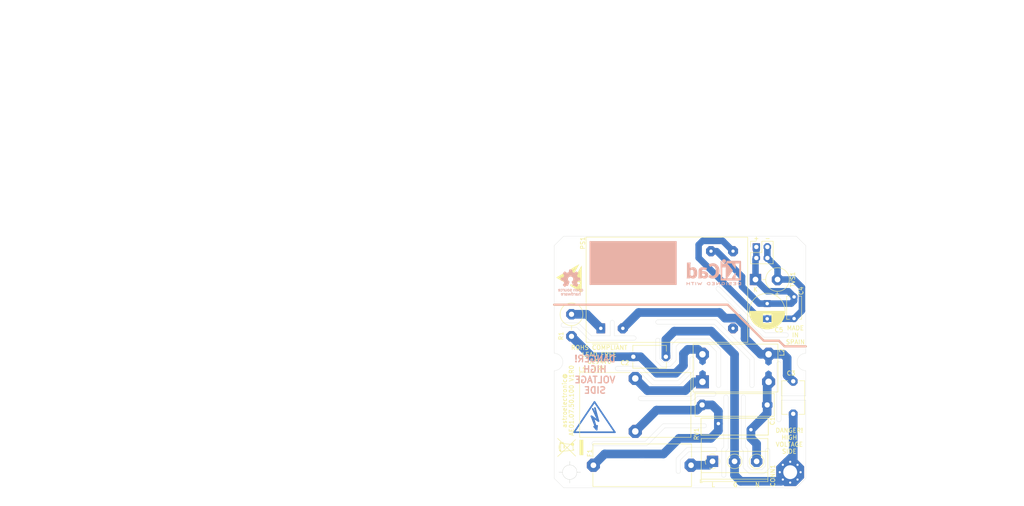
<source format=kicad_pcb>
(kicad_pcb (version 20211014) (generator pcbnew)
  (title_block (title "IRM-03-05 AC/DC POWER SUPPLY") (date "2022-04-03") (rev "V1R0") (company "astroelectronic@") (comment 1 "230Vac input. 5Vdc/600mA/3W output. European outlet size.") (comment 2 "AE01.07.50.100") (comment 3 "-") (comment 4 "-") (comment 5 "-") (comment 6 "1:1") (comment 7 "Prototype") (comment 8 "IRM-03-05") (comment 9 "CC BY-SA"))
  (layers (0 "F.Cu" signal) (31 "B.Cu" signal) (34 "B.Paste" user) (35 "F.Paste" user) (36 "B.SilkS" user "B.Silkscreen") (37 "F.SilkS" user "F.Silkscreen") (38 "B.Mask" user) (39 "F.Mask" user) (44 "Edge.Cuts" user))
  (net 0 "")
  (net 2 "/FUSE")
  (net 3 "/NEUTRAL")
  (net 4 "/LINE")
  (net 5 "/IND")
  (net 6 "/CHOKE_R")
  (net 7 "/CHOKE_N")
  (net 8 "GND")
  (net 9 "GNDPWR")
  (net 10 "/CHOKE_L")
  (net 11 "+24V")
  (footprint "Inductor_THT:L_Toroid_Vertical_L25.4mm_W14.7mm_P12.20mm_Vishay_TJ5_BigPads" (layer "F.Cu") (at 170.7 115 180)
    (fp_text reference "L1")
    (fp_text value "330uH/2A" hide)
  )
  (footprint "Symbol:WEEE-Logo_4.2x6mm_SilkScreen" (layer "F.Cu") (at 155.7 118.7 90)
    (fp_text reference "LOGO3" hide)
    (fp_text value "WEEE" hide)
  )
  (footprint "TerminalBlock_Phoenix:TerminalBlock_Phoenix_MKDS-1,5-3-5.08_1x03_P5.08mm_Horizontal" (layer "F.Cu") (at 188.5 121.905)
    (fp_text reference "CONN1")
    (fp_text value "VAC" hide)
  )
  (footprint "AE01.07.50.100:FL2D-Z5-103" (layer "F.Cu") (at 186.18 97.225)
    (fp_text reference "L2")
    (fp_text value "FL2D-Z5-103" hide)
  )
  (footprint "Capacitor_THT:C_Rect_L18.0mm_W5.0mm_P15.00mm_FKS3_FKP3" (layer "F.Cu") (at 186.1 108.9)
    (fp_text reference "C1")
    (fp_text value "0.1uF/275VAC" hide)
  )
  (footprint "Symbol:ESD-Logo_6.6x6mm_SilkScreen" (layer "F.Cu") (at 155.4 79.7 90)
    (fp_text reference "LOGO2" hide)
    (fp_text value "SYM_ESD_Large" hide)
  )
  (footprint "Capacitor_THT:C_Disc_D7.5mm_W5.0mm_P7.50mm" (layer "F.Cu") (at 207.1 110.95 90)
    (fp_text reference "C3")
    (fp_text value "1nF/400VAC" hide)
  )
  (footprint "Converter_ACDC:Converter_ACDC_MeanWell_IRM-03-xx_THT" (layer "F.Cu") (at 162.75 91.25 90)
    (fp_text reference "PS1")
    (fp_text value "IRM-03-24" hide)
  )
  (footprint "Capacitor_THT:C_Disc_D7.5mm_W5.0mm_P7.50mm" (layer "F.Cu") (at 170.25 97.8)
    (fp_text reference "C2")
    (fp_text value "1nF/400VAC" hide)
  )
  (footprint "Connector_PinSocket_2.54mm:PinSocket_2x02_P2.54mm_Vertical" (layer "F.Cu") (at 198.6 72.5 90)
    (fp_text reference "CONN2" hide)
    (fp_text value "VOUT" hide)
  )
  (footprint "MountingHole:MountingHole_3.2mm_M3" (layer "F.Cu") (at 155.6 124.4)
    (fp_text reference "H2" hide)
    (fp_text value "MountingHole" hide)
  )
  (footprint "Capacitor_THT:CP_Radial_D8.0mm_P3.50mm" (layer "F.Cu") (at 201.1 85.547349 -90)
    (fp_text reference "C5")
    (fp_text value "68uF/50V" hide)
  )
  (footprint "Fuse:Fuseholder_Cylinder-5x20mm_Schurter_0031_8201_Horizontal_Open" (layer "F.Cu") (at 183.55 122.8 180)
    (fp_text reference "F1")
    (fp_text value "0031.8201" hide)
  )
  (footprint "MountingHole:MountingHole_3.2mm_M3" (layer "F.Cu") (at 155.6 73.6)
    (fp_text reference "H3" hide)
    (fp_text value "MountingHole" hide)
  )
  (footprint "Varistor:RV_Disc_D15.5mm_W3.9mm_P7.5mm" (layer "F.Cu") (at 189.85 113.2)
    (fp_text reference "RV1")
    (fp_text value "S14K350" hide)
  )
  (footprint "Resistor_THT:R_Axial_DIN0516_L15.5mm_D5.0mm_P5.08mm_Vertical" (layer "F.Cu") (at 156 88.01 -90)
    (fp_text reference "R1")
    (fp_text value "33R/3W" hide)
  )
  (footprint "Capacitor_THT:C_Disc_D5.1mm_W3.2mm_P5.00mm" (layer "F.Cu") (at 207.3 84 -90)
    (fp_text reference "C4")
    (fp_text value "1uF/50V" hide)
  )
  (footprint "MountingHole:MountingHole_3.2mm_M3" (layer "F.Cu") (at 206.4 73.6)
    (fp_text reference "H1" hide)
    (fp_text value "MountingHole" hide)
  )
  (footprint "MountingHole:MountingHole_3.2mm_M3_Pad_Via" (layer "F.Cu") (at 206.4 124.4)
    (fp_text reference "H4" hide)
    (fp_text value "MountingHole_Pad" hide)
  )
  (footprint "Diode_THT:D_DO-201_P5.08mm_Vertical_KathodeUp" (layer "F.Cu") (at 198.405 80)
    (fp_text reference "TVS1")
    (fp_text value "1.5KE7.5CA" hide)
  )
  (footprint "Symbol:Symbol_HighVoltage_Type2_CopperTop_VerySmall" (layer "B.Cu") (at 161.3 112.4 180)
    (fp_text reference "LOGO5" hide)
    (fp_text value "HIGH_VOLTAGE" hide)
  )
  (footprint "Symbol:KiCad-Logo2_5mm_SilkScreen" (layer "B.Cu") (at 188.8 78.3 180)
    (fp_text reference "LOGO4" hide)
    (fp_text value "KICAD" hide)
  )
  (footprint "Symbol:OSHW-Logo_5.7x6mm_SilkScreen" (layer "B.Cu") (at 155.8 80.7 180)
    (fp_text reference "LOGO1" hide)
    (fp_text value "Logo_Open_Hardware_Small" hide)
  )
  (footprint "Spark_Gap:SparkGap-2_P1.3mm_OpenTrianglePad1.0x1.5mm" (layer "B.Cu") (at 201.4 100.4 90)
    (fp_text reference "E2" hide)
    (fp_text value "SparkGap" hide)
  )
  (footprint "Spark_Gap:SparkGap-2_P1.3mm_OpenTrianglePad1.0x1.5mm" (layer "B.Cu") (at 186.2 100.3 90)
    (fp_text reference "E1" hide)
    (fp_text value "SparkGap" hide)
  )
  (gr_poly (pts (xy 180.2 81.2) (xy 160.2 81.2) (xy 160.2 71.2) (xy 180.2 71.2)) (layer "B.SilkS") (width 0.1) (fill solid))
  (gr_line (start 192 85.8) (end 200.3 94.1) (layer "B.SilkS") (width 0.5))
  (gr_line (start 205.1 95.4) (end 210 95.4) (layer "B.SilkS") (width 0.5))
  (gr_line (start 152 85.8) (end 192 85.8) (layer "B.SilkS") (width 0.5))
  (gr_line (start 200.3 94.1) (end 203.8 94.1) (layer "B.SilkS") (width 0.5))
  (gr_line (start 203.8 94.1) (end 205.1 95.4) (layer "B.SilkS") (width 0.5))
  (gr_line (start 200.3 94.1) (end 192 85.8) (layer "F.SilkS") (width 0.5))
  (gr_line (start 205.1 95.4) (end 210 95.4) (layer "F.SilkS") (width 0.5))
  (gr_line (start 203.8 94.1) (end 205.1 95.4) (layer "F.SilkS") (width 0.5))
  (gr_line (start 200.3 94.1) (end 203.8 94.1) (layer "F.SilkS") (width 0.5))
  (gr_line (start 192 85.8) (end 152 85.8) (layer "F.SilkS") (width 0.5))
  (gr_line (start 152 97) (end 152 72.2) (layer "Edge.Cuts") (width 0.05))
  (gr_line (start 207.8 128) (end 154.2 128) (layer "Edge.Cuts") (width 0.05))
  (gr_line (start 210 97) (end 210 72.2) (layer "Edge.Cuts") (width 0.05))
  (gr_line (start 154.2 70) (end 207.8 70) (layer "Edge.Cuts") (width 0.05))
  (gr_line (start 207.8 128) (end 210 125.8) (layer "Edge.Cuts") (width 0.05))
  (gr_line (start 197.1 98.5) (end 188.9 90.3) (layer "Edge.Cuts") (width 0.05))
  (gr_line (start 171.4 101) (end 166.6 101) (layer "Edge.Cuts") (width 0.05))
  (gr_line (start 195.1 118.8) (end 195.1 107.1) (layer "Edge.Cuts") (width 0.05))
  (gr_line (start 179.1 98.3) (end 179.1 95.2) (layer "Edge.Cuts") (width 0.05))
  (gr_line (start 154.2 70) (end 152 72.2) (layer "Edge.Cuts") (width 0.05))
  (gr_line (start 175.1 103.3) (end 171.953553 100.146447) (layer "Edge.Cuts") (width 0.05))
  (gr_arc (start 195.1 107.1) (mid 195.6 106.6) (end 196.1 107.1) (layer "Edge.Cuts") (width 0.05))
  (gr_line (start 195.746447 123.553553) (end 196.846447 124.653553) (layer "Edge.Cuts") (width 0.05))
  (gr_line (start 210 106.8) (end 210 101) (layer "Edge.Cuts") (width 0.05))
  (gr_line (start 189.4 104.4) (end 189.4 96.6) (layer "Edge.Cuts") (width 0.05))
  (gr_line (start 165.9 89.9) (end 165.9 93) (layer "Edge.Cuts") (width 0.05))
  (gr_arc (start 195.246447 119.153553) (mid 195.13806 118.991342) (end 195.1 118.8) (layer "Edge.Cuts") (width 0.05))
  (gr_arc (start 177 100.1) (mid 176.808658 100.06194) (end 176.646447 99.953553) (layer "Edge.Cuts") (width 0.05))
  (gr_line (start 178.3 99.1) (end 179.1 98.3) (layer "Edge.Cuts") (width 0.05))
  (gr_line (start 152 101) (end 152 125.8) (layer "Edge.Cuts") (width 0.05))
  (gr_arc (start 171.9 107.9) (mid 171.4 107.4) (end 171.9 106.9) (layer "Edge.Cuts") (width 0.05))
  (gr_arc (start 187.7 93.7) (mid 187.891342 93.73806) (end 188.053553 93.846447) (layer "Edge.Cuts") (width 0.05))
  (gr_line (start 154.1 91) (end 157.2 91) (layer "Edge.Cuts") (width 0.05))
  (gr_line (start 173 117.3) (end 176.946447 113.346447) (layer "Edge.Cuts") (width 0.05))
  (gr_line (start 175.9 89.3) (end 189.1 89.3) (layer "Edge.Cuts") (width 0.05))
  (gr_line (start 191.6 119.5) (end 191.953553 119.153553) (layer "Edge.Cuts") (width 0.05))
  (gr_line (start 186.6 114.2) (end 177.5 114.2) (layer "Edge.Cuts") (width 0.05))
  (gr_line (start 180.1 124.2) (end 180.1 121.4) (layer "Edge.Cuts") (width 0.05))
  (gr_line (start 190.746447 118.946447) (end 191.1 118.6) (layer "Edge.Cuts") (width 0.05))
  (gr_line (start 188.9 90.3) (end 175.9 90.3) (layer "Edge.Cuts") (width 0.05))
  (gr_arc (start 197.2 124.8) (mid 197.008658 124.76194) (end 196.846447 124.653553) (layer "Edge.Cuts") (width 0.05))
  (gr_arc (start 195.746447 123.553553) (mid 195.638061 123.391341) (end 195.6 123.2) (layer "Edge.Cuts") (width 0.05))
  (gr_arc (start 190.6 119.3) (mid 190.63806 119.108658) (end 190.746447 118.946447) (layer "Edge.Cuts") (width 0.05))
  (gr_line (start 192.1 107.1) (end 192.1 118.8) (layer "Edge.Cuts") (width 0.05))
  (gr_arc (start 180.1 121.4) (mid 180.13806 121.208658) (end 180.246447 121.046447) (layer "Edge.Cuts") (width 0.05))
  (gr_line (start 157.2 91) (end 160.046447 93.853553) (layer "Edge.Cuts") (width 0.05))
  (gr_arc (start 189 118.7) (mid 189.5 119.2) (end 189 119.7) (layer "Edge.Cuts") (width 0.05))
  (gr_line (start 190.6 125.1) (end 190.6 119.3) (layer "Edge.Cuts") (width 0.05))
  (gr_line (start 181.1 124.2) (end 181.1 121.6) (layer "Edge.Cuts") (width 0.05))
  (gr_arc (start 204.3 112.3) (mid 203.8 112.8) (end 203.3 112.3) (layer "Edge.Cuts") (width 0.05))
  (gr_line (start 171.9 107.9) (end 183.8 107.9) (layer "Edge.Cuts") (width 0.05))
  (gr_arc (start 198.1 104.4) (mid 197.6 104.9) (end 197.1 104.4) (layer "Edge.Cuts") (width 0.05))
  (gr_arc (start 184.3 100.7) (mid 184.26194 100.891342) (end 184.153553 101.053553) (layer "Edge.Cuts") (width 0.05))
  (gr_line (start 200.7 123) (end 200.7 119.4) (layer "Edge.Cuts") (width 0.05))
  (gr_line (start 191.6 125.1) (end 191.6 119.5) (layer "Edge.Cuts") (width 0.05))
  (gr_line (start 187.5 94.7) (end 189.4 96.6) (layer "Edge.Cuts") (width 0.05))
  (gr_line (start 198.5 90.1) (end 200.7 92.3) (layer "Edge.Cuts") (width 0.05))
  (gr_line (start 204.3 112.3) (end 204.3 107.8) (layer "Edge.Cuts") (width 0.05))
  (gr_arc (start 181.1 124.2) (mid 180.6 124.7) (end 180.1 124.2) (layer "Edge.Cuts") (width 0.05))
  (gr_line (start 196.6 123) (end 197.4 123.8) (layer "Edge.Cuts") (width 0.05))
  (gr_arc (start 181.053553 104.153553) (mid 180.891341 104.261939) (end 180.7 104.3) (layer "Edge.Cuts") (width 0.05))
  (gr_line (start 176.4 98.3) (end 177.2 99.1) (layer "Edge.Cuts") (width 0.05))
  (gr_line (start 180.8 94.7) (end 180.1 95.4) (layer "Edge.Cuts") (width 0.05))
  (gr_line (start 171.4 101) (end 174.546447 104.153553) (layer "Edge.Cuts") (width 0.05))
  (gr_line (start 191.1 118.6) (end 191.1 107.1) (layer "Edge.Cuts") (width 0.05))
  (gr_line (start 197.1 98.5) (end 197.1 104.4) (layer "Edge.Cuts") (width 0.05))
  (gr_line (start 201.7 123.2) (end 201.7 119.4) (layer "Edge.Cuts") (width 0.05))
  (gr_line (start 190.4 104.4) (end 190.4 96.4) (layer "Edge.Cuts") (width 0.05))
  (gr_arc (start 210 101) (mid 208 99) (end 210 97) (layer "Edge.Cuts") (width 0.05))
  (gr_line (start 183 119.7) (end 189 119.7) (layer "Edge.Cuts") (width 0.05))
  (gr_arc (start 175.546447 98.853553) (mid 175.438061 98.691341) (end 175.4 98.5) (layer "Edge.Cuts") (width 0.05))
  (gr_line (start 189.453553 89.446447) (end 197.953553 97.946447) (layer "Edge.Cuts") (width 0.05))
  (gr_line (start 183.6 106.9) (end 184.453553 106.046447) (layer "Edge.Cuts") (width 0.05))
  (gr_line (start 210 72.2) (end 207.8 70) (layer "Edge.Cuts") (width 0.05))
  (gr_arc (start 152 97) (mid 154 99) (end 152 101) (layer "Edge.Cuts") (width 0.05))
  (gr_arc (start 180.1 98.5) (mid 180.06194 98.691342) (end 179.953553 98.853553) (layer "Edge.Cuts") (width 0.05))
  (gr_line (start 188.8 105.9) (end 184.8 105.9) (layer "Edge.Cuts") (width 0.05))
  (gr_line (start 210 106.8) (end 204.3 106.8) (layer "Edge.Cuts") (width 0.05))
  (gr_line (start 185 106.9) (end 188.8 106.9) (layer "Edge.Cuts") (width 0.05))
  (gr_line (start 188.053553 93.846447) (end 190.253553 96.046447) (layer "Edge.Cuts") (width 0.05))
  (gr_line (start 176.4 94) (end 176.4 98.3) (layer "Edge.Cuts") (width 0.05))
  (gr_arc (start 173.553553 118.153553) (mid 173.391341 118.261939) (end 173.2 118.3) (layer "Edge.Cuts") (width 0.05))
  (gr_line (start 171.9 106.9) (end 183.6 106.9) (layer "Edge.Cuts") (width 0.05))
  (gr_line (start 152 125.8) (end 154.2 128) (layer "Edge.Cuts") (width 0.05))
  (gr_line (start 189.446447 82.453553) (end 197.946447 90.953553) (layer "Edge.Cuts") (width 0.05))
  (gr_line (start 180.5 103.3) (end 183.3 100.5) (layer "Edge.Cuts") (width 0.05))
  (gr_arc (start 184.153553 107.753553) (mid 183.991341 107.861939) (end 183.8 107.9) (layer "Edge.Cuts") (width 0.05))
  (gr_arc (start 170.4 93) (mid 170.9 93.5) (end 170.4 94) (layer "Edge.Cuts") (width 0.05))
  (gr_arc (start 197.953553 97.946447) (mid 198.061939 98.108659) (end 198.1 98.3) (layer "Edge.Cuts") (width 0.05))
  (gr_line (start 182.446447 118.846447) (end 180.246447 121.046447) (layer "Edge.Cuts") (width 0.05))
  (gr_line (start 197.946447 90.953553) (end 200.146447 93.153553) (layer "Edge.Cuts") (width 0.05))
  (gr_line (start 160.6 93) (end 164.9 93) (layer "Edge.Cuts") (width 0.05))
  (gr_arc (start 203.3 99.4) (mid 203.8 98.9) (end 204.3 99.4) (layer "Edge.Cuts") (width 0.05))
  (gr_arc (start 191.1 107.1) (mid 191.6 106.6) (end 192.1 107.1) (layer "Edge.Cuts") (width 0.05))
  (gr_arc (start 160.4 94) (mid 160.208658 93.96194) (end 160.046447 93.853553) (layer "Edge.Cuts") (width 0.05))
  (gr_arc (start 200.7 119.4) (mid 201.2 118.9) (end 201.7 119.4) (layer "Edge.Cuts") (width 0.05))
  (gr_arc (start 190.4 104.4) (mid 189.9 104.9) (end 189.4 104.4) (layer "Edge.Cuts") (width 0.05))
  (gr_line (start 166.6 100) (end 171.6 100) (layer "Edge.Cuts") (width 0.05))
  (gr_line (start 183.3 100.5) (end 183.3 98.3) (layer "Edge.Cuts") (width 0.05))
  (gr_arc (start 179.1 95.2) (mid 179.13806 95.008658) (end 179.246447 94.846447) (layer "Edge.Cuts") (width 0.05))
  (gr_line (start 204.3 106.8) (end 204.3 99.4) (layer "Edge.Cuts") (width 0.05))
  (gr_arc (start 196.453553 118.946447) (mid 196.56194 119.108658) (end 196.6 119.3) (layer "Edge.Cuts") (width 0.05))
  (gr_line (start 199.9 123.8) (end 200.7 123) (layer "Edge.Cuts") (width 0.05))
  (gr_line (start 190.153553 81.746447) (end 198.5 90.1) (layer "Edge.Cuts") (width 0.05))
  (gr_line (start 196.6 123) (end 196.6 119.3) (layer "Edge.Cuts") (width 0.05))
  (gr_arc (start 200.5 93.3) (mid 200.308658 93.26194) (end 200.146447 93.153553) (layer "Edge.Cuts") (width 0.05))
  (gr_line (start 180.1 95.4) (end 180.1 98.5) (layer "Edge.Cuts") (width 0.05))
  (gr_line (start 173.2 118.3) (end 161.2 118.3) (layer "Edge.Cuts") (width 0.05))
  (gr_line (start 195.6 119.5) (end 195.246447 119.153553) (layer "Edge.Cuts") (width 0.05))
  (gr_arc (start 200.453553 124.653553) (mid 200.291342 124.761939) (end 200.1 124.799999) (layer "Edge.Cuts") (width 0.05))
  (gr_line (start 177.2 99.1) (end 178.3 99.1) (layer "Edge.Cuts") (width 0.05))
  (gr_line (start 177 100.1) (end 178.5 100.099999) (layer "Edge.Cuts") (width 0.05))
  (gr_line (start 180.8 94.7) (end 187.5 94.7) (layer "Edge.Cuts") (width 0.05))
  (gr_line (start 186.6 113.2) (end 177.3 113.2) (layer "Edge.Cuts") (width 0.05))
  (gr_line (start 200.453553 124.653553) (end 201.553553 123.553553) (layer "Edge.Cuts") (width 0.05))
  (gr_line (start 161.2 117.3) (end 173 117.3) (layer "Edge.Cuts") (width 0.05))
  (gr_line (start 204.3 107.8) (end 210 107.8) (layer "Edge.Cuts") (width 0.05))
  (gr_line (start 178.844891 99.953545) (end 179.953553 98.853553) (layer "Edge.Cuts") (width 0.05))
  (gr_arc (start 186.6 113.2) (mid 187.1 113.7) (end 186.6 114.2) (layer "Edge.Cuts") (width 0.05))
  (gr_line (start 184.3 98.3) (end 184.3 100.7) (layer "Edge.Cuts") (width 0.05))
  (gr_arc (start 161.2 118.3) (mid 160.7 117.8) (end 161.2 117.3) (layer "Edge.Cuts") (width 0.05))
  (gr_arc (start 201.7 123.2) (mid 201.66194 123.391342) (end 201.553553 123.553553) (layer "Edge.Cuts") (width 0.05))
  (gr_line (start 180.6 93.7) (end 187.7 93.7) (layer "Edge.Cuts") (width 0.05))
  (gr_arc (start 164.9 89.9) (mid 165.4 89.4) (end 165.9 89.9) (layer "Edge.Cuts") (width 0.05))
  (gr_arc (start 189.1 89.3) (mid 189.291342 89.33806) (end 189.453553 89.446447) (layer "Edge.Cuts") (width 0.05))
  (gr_line (start 165.9 93) (end 170.4 93) (layer "Edge.Cuts") (width 0.05))
  (gr_line (start 160.6 93) (end 157.753553 90.146447) (layer "Edge.Cuts") (width 0.05))
  (gr_line (start 195.6 119.5) (end 195.6 123.2) (layer "Edge.Cuts") (width 0.05))
  (gr_arc (start 154.1 91) (mid 153.6 90.5) (end 154.1 90) (layer "Edge.Cuts") (width 0.05))
  (gr_arc (start 188.8 105.9) (mid 189.3 106.4) (end 188.8 106.9) (layer "Edge.Cuts") (width 0.05))
  (gr_arc (start 174.9 104.3) (mid 174.708658 104.26194) (end 174.546447 104.153553) (layer "Edge.Cuts") (width 0.05))
  (gr_arc (start 192.1 118.8) (mid 192.06194 118.991342) (end 191.953553 119.153553) (layer "Edge.Cuts") (width 0.05))
  (gr_arc (start 175.9 90.3) (mid 175.4 89.8) (end 175.9 89.3) (layer "Edge.Cuts") (width 0.05))
  (gr_line (start 197.4 123.8) (end 199.9 123.8) (layer "Edge.Cuts") (width 0.05))
  (gr_line (start 175.1 103.3) (end 180.5 103.3) (layer "Edge.Cuts") (width 0.05))
  (gr_line (start 185 106.9) (end 184.153553 107.753553) (layer "Edge.Cuts") (width 0.05))
  (gr_arc (start 205.5 92.3) (mid 206 92.8) (end 205.5 93.3) (layer "Edge.Cuts") (width 0.05))
  (gr_line (start 197.2 124.8) (end 200.1 124.8) (layer "Edge.Cuts") (width 0.05))
  (gr_line (start 175.546447 98.853553) (end 176.646447 99.953553) (layer "Edge.Cuts") (width 0.05))
  (gr_line (start 198.1 104.4) (end 198.1 98.3) (layer "Edge.Cuts") (width 0.05))
  (gr_arc (start 184.453553 106.046447) (mid 184.611936 105.938116) (end 184.8 105.9) (layer "Edge.Cuts") (width 0.05))
  (gr_arc (start 189.446447 82.453553) (mid 189.446447 81.746447) (end 190.153553 81.746447) (layer "Edge.Cuts") (width 0.05))
  (gr_line (start 189 118.7) (end 182.8 118.7) (layer "Edge.Cuts") (width 0.05))
  (gr_line (start 205.5 93.3) (end 200.5 93.3) (layer "Edge.Cuts") (width 0.05))
  (gr_arc (start 191.6 125.1) (mid 191.1 125.6) (end 190.6 125.1) (layer "Edge.Cuts") (width 0.05))
  (gr_line (start 203.3 99.4) (end 203.3 112.3) (layer "Edge.Cuts") (width 0.05))
  (gr_arc (start 171.6 100) (mid 171.791342 100.03806) (end 171.953553 100.146447) (layer "Edge.Cuts") (width 0.05))
  (gr_line (start 196.453553 118.946447) (end 196.1 118.6) (layer "Edge.Cuts") (width 0.05))
  (gr_arc (start 180.246447 93.846447) (mid 180.408659 93.738061) (end 180.6 93.7) (layer "Edge.Cuts") (width 0.05))
  (gr_arc (start 178.844891 99.953545) (mid 178.686674 100.06028) (end 178.5 100.099999) (layer "Edge.Cuts") (width 0.05))
  (gr_line (start 177.5 114.2) (end 173.553553 118.153553) (layer "Edge.Cuts") (width 0.05))
  (gr_arc (start 176.946447 113.346447) (mid 177.108659 113.238061) (end 177.3 113.2) (layer "Edge.Cuts") (width 0.05))
  (gr_line (start 174.9 104.3) (end 180.7 104.3) (layer "Edge.Cuts") (width 0.05))
  (gr_arc (start 157.4 90) (mid 157.591342 90.03806) (end 157.753553 90.146447) (layer "Edge.Cuts") (width 0.05))
  (gr_line (start 210 107.8) (end 210 125.8) (layer "Edge.Cuts") (width 0.05))
  (gr_arc (start 175.4 94) (mid 175.9 93.5) (end 176.4 94) (layer "Edge.Cuts") (width 0.05))
  (gr_line (start 196.1 118.6) (end 196.1 107.1) (layer "Edge.Cuts") (width 0.05))
  (gr_arc (start 183.3 98.3) (mid 183.8 97.8) (end 184.3 98.3) (layer "Edge.Cuts") (width 0.05))
  (gr_arc (start 166.6 101) (mid 166.1 100.5) (end 166.6 100) (layer "Edge.Cuts") (width 0.05))
  (gr_line (start 181.053553 104.153553) (end 184.153553 101.053553) (layer "Edge.Cuts") (width 0.05))
  (gr_line (start 154.1 90) (end 157.4 90) (layer "Edge.Cuts") (width 0.05))
  (gr_line (start 164.9 93) (end 164.9 89.9) (layer "Edge.Cuts") (width 0.05))
  (gr_line (start 170.4 94) (end 160.4 94) (layer "Edge.Cuts") (width 0.05))
  (gr_arc (start 190.253553 96.046447) (mid 190.361939 96.208659) (end 190.4 96.4) (layer "Edge.Cuts") (width 0.05))
  (gr_line (start 200.7 92.3) (end 205.5 92.3) (layer "Edge.Cuts") (width 0.05))
  (gr_line (start 181.1 121.6) (end 183 119.7) (layer "Edge.Cuts") (width 0.05))
  (gr_arc (start 182.446447 118.846447) (mid 182.608659 118.738061) (end 182.8 118.7) (layer "Edge.Cuts") (width 0.05))
  (gr_line (start 175.4 94) (end 175.4 98.5) (layer "Edge.Cuts") (width 0.05))
  (gr_line (start 179.246447 94.846447) (end 180.246447 93.846447) (layer "Edge.Cuts") (width 0.05))
  (gr_text "DANGER!\nHIGH\nVOLTAGE\nSIDE" (at 161.4 101.9) (layer "B.SilkS") (effects (font (size 1.5 1.5) (thickness 0.3)) (justify mirror)))
  (gr_text "L" (at 188.655 127.3) (layer "F.SilkS") (effects (font (size 1 1))))
  (gr_text "G" (at 193.755 127.3) (layer "F.SilkS") (effects (font (size 1 1))))
  (gr_text "N" (at 198.855 127.3) (layer "F.SilkS") (effects (font (size 1 1))))
  (gr_text "DANGER!\nHIGH\nVOLTAGE\nSIDE" (at 206.2 117.2) (layer "F.SilkS") (effects (font (size 1 1))))
  (gr_text "MADE\nIN\nSPAIN" (at 207.6 92.8) (layer "F.SilkS") (effects (font (size 1 1))))
  (gr_text "-" (at 201.2 70.5) (layer "F.SilkS") (effects (font (size 1 1))))
  (gr_text "+" (at 198.6 70.5) (layer "F.SilkS") (effects (font (size 1 1))))
  (gr_text "\nROHS COMPLIANT\nLEAD FREE\nUL94V0\nFR4" (at 162.4 97.3) (layer "F.SilkS") (effects (font (size 1 1))))
  (gr_text "${COMPANY}\n${COMMENT2} ${REVISION}" (at 155.2 107.9 90) (layer "F.SilkS") (effects (font (size 1 1))))
  (target plus (at 155.6 124.4) (size 5) (width 0.05) (layer "Edge.Cuts"))
  (target plus (at 155.6 124.4) (size 5) (width 0.05) (layer "Edge.Cuts"))
  (segment (start 189.85 114.85) (end 188.1 116.6) (width 2) (layer "B.Cu") (net 2))
  (segment (start 188.1 116.6) (end 180.8 116.6) (width 2) (layer "B.Cu") (net 2))
  (segment (start 186.1 108.9) (end 184.9 110.1) (width 2) (layer "B.Cu") (net 2))
  (segment (start 184.9 110.1) (end 175.6 110.1) (width 2) (layer "B.Cu") (net 2))
  (segment (start 163.649521 120.200479) (end 161.05 122.8) (width 2) (layer "B.Cu") (net 2))
  (segment (start 189.85 110.35) (end 188.4 108.9) (width 2) (layer "B.Cu") (net 2))
  (segment (start 188.4 108.9) (end 186.1 108.9) (width 2) (layer "B.Cu") (net 2))
  (segment (start 180.8 116.6) (end 177.199521 120.200479) (width 2) (layer "B.Cu") (net 2))
  (segment (start 189.85 113.2) (end 189.85 114.85) (width 2) (layer "B.Cu") (net 2))
  (segment (start 189.85 113.2) (end 189.85 110.35) (width 2) (layer "B.Cu") (net 2))
  (segment (start 175.6 110.1) (end 170.7 115) (width 2) (layer "B.Cu") (net 2))
  (segment (start 177.199521 120.200479) (end 163.649521 120.200479) (width 2) (layer "B.Cu") (net 2))
  (segment (start 201.1 103.895) (end 201.42 103.575) (width 2) (layer "B.Cu") (net 3))
  (segment (start 201.1 110.85) (end 201.1 108.9) (width 2) (layer "B.Cu") (net 3))
  (segment (start 197.35 114.6) (end 201.1 110.85) (width 2) (layer "B.Cu") (net 3))
  (segment (start 201.1 108.9) (end 201.1 103.895) (width 2) (layer "B.Cu") (net 3))
  (segment (start 197.35 116.55) (end 197.35 114.6) (width 2) (layer "B.Cu") (net 3))
  (segment (start 198.66 117.86) (end 197.35 116.55) (width 2) (layer "B.Cu") (net 3))
  (segment (start 198.66 122.1) (end 198.66 117.86) (width 2) (layer "B.Cu") (net 3))
  (segment (start 187.605 122.8) (end 188.5 121.905) (width 2) (layer "B.Cu") (net 4))
  (segment (start 183.55 122.8) (end 187.605 122.8) (width 2) (layer "B.Cu") (net 4))
  (segment (start 173.5 105.6) (end 170.7 102.8) (width 2) (layer "B.Cu") (net 5))
  (segment (start 184.225 103.575) (end 182.2 105.6) (width 2) (layer "B.Cu") (net 5))
  (segment (start 186.18 103.575) (end 184.225 103.575) (width 2) (layer "B.Cu") (net 5))
  (segment (start 182.2 105.6) (end 173.5 105.6) (width 2) (layer "B.Cu") (net 5))
  (segment (start 159.51 88.01) (end 162.75 91.25) (width 2) (layer "B.Cu") (net 6))
  (segment (start 156 88.01) (end 159.51 88.01) (width 2) (layer "B.Cu") (net 6))
  (segment (start 194.2032 88.900489) (end 196.001356 90.698645) (width 2) (layer "B.Cu") (net 7))
  (segment (start 204.825 97.225) (end 201.42 97.225) (width 2) (layer "B.Cu") (net 7))
  (segment (start 199.625 97.225) (end 201.42 97.225) (width 2) (layer "B.Cu") (net 7))
  (segment (start 190.1 87.6) (end 191.400489 88.900489) (width 2) (layer "B.Cu") (net 7))
  (segment (start 207.1 103.45) (end 207.05 103.45) (width 2) (layer "B.Cu") (net 7))
  (segment (start 207.05 103.45) (end 205.7 102.1) (width 2) (layer "B.Cu") (net 7))
  (segment (start 171.48 87.6) (end 190.1 87.6) (width 2) (layer "B.Cu") (net 7))
  (segment (start 167.83 91.25) (end 171.48 87.6) (width 2) (layer "B.Cu") (net 7))
  (segment (start 205.7 102.1) (end 205.7 98.1) (width 2) (layer "B.Cu") (net 7))
  (segment (start 205.7 98.1) (end 204.825 97.225) (width 2) (layer "B.Cu") (net 7))
  (segment (start 196.001356 90.698645) (end 196.001356 93.601356) (width 2) (layer "B.Cu") (net 7))
  (segment (start 196.001356 93.601356) (end 199.625 97.225) (width 2) (layer "B.Cu") (net 7))
  (segment (start 191.400489 88.900489) (end 194.2032 88.900489) (width 2) (layer "B.Cu") (net 7))
  (segment (start 199.347349 89.047349) (end 201.1 89.047349) (width 1.5) (layer "B.Cu") (net 8))
  (segment (start 190.86 71.1) (end 186.2 71.1) (width 1.5) (layer "B.Cu") (net 8))
  (segment (start 185.3 75) (end 199.347349 89.047349) (width 1.5) (layer "B.Cu") (net 8))
  (segment (start 193.23 73.47) (end 190.86 71.1) (width 1.5) (layer "B.Cu") (net 8))
  (segment (start 209.1 81.8) (end 207.3 80) (width 1.5) (layer "B.Cu") (net 8))
  (segment (start 209.1 87.2) (end 209.1 81.8) (width 1.5) (layer "B.Cu") (net 8))
  (segment (start 207.3 89) (end 209.1 87.2) (width 1.5) (layer "B.Cu") (net 8))
  (segment (start 207.252651 89.047349) (end 207.3 89) (width 1.5) (layer "B.Cu") (net 8))
  (segment (start 185.3 72) (end 185.3 75) (width 1.5) (layer "B.Cu") (net 8))
  (segment (start 201.1 89.047349) (end 207.252651 89.047349) (width 1.5) (layer "B.Cu") (net 8))
  (segment (start 207.3 80) (end 203.485 80) (width 1.5) (layer "B.Cu") (net 8))
  (segment (start 186.2 71.1) (end 185.3 72) (width 1.5) (layer "B.Cu") (net 8))
  (segment (start 201.14 75.04) (end 201.14 72.5) (width 1.5) (layer "B.Cu") (net 8))
  (segment (start 203.485 80) (end 203.485 77.345) (width 1.5) (layer "B.Cu") (net 8))
  (segment (start 203.485 77.345) (end 201.19 75.05) (width 1.5) (layer "B.Cu") (net 8))
  (segment (start 179.7 91.9) (end 177.75 93.85) (width 2) (layer "B.Cu") (net 9))
  (segment (start 204.3 126.5) (end 206.4 124.4) (width 2) (layer "B.Cu") (net 9))
  (segment (start 177.75 93.85) (end 177.75 97.8) (width 2) (layer "B.Cu") (net 9))
  (segment (start 193.58 121.905) (end 193.58 125.08) (width 2) (layer "B.Cu") (net 9))
  (segment (start 207.1 123.7) (end 206.4 124.4) (width 2) (layer "B.Cu") (net 9))
  (segment (start 195 126.5) (end 204.3 126.5) (width 2) (layer "B.Cu") (net 9))
  (segment (start 188.2 91.9) (end 179.7 91.9) (width 2) (layer "B.Cu") (net 9))
  (segment (start 207.1 110.95) (end 207.1 123.7) (width 2) (layer "B.Cu") (net 9))
  (segment (start 193.58 97.28) (end 188.2 91.9) (width 2) (layer "B.Cu") (net 9))
  (segment (start 193.58 125.08) (end 195 126.5) (width 2) (layer "B.Cu") (net 9))
  (segment (start 193.58 121.905) (end 193.58 97.28) (width 2) (layer "B.Cu") (net 9))
  (segment (start 186.18 97.18) (end 185.1 96.1) (width 2) (layer "B.Cu") (net 10))
  (segment (start 182.8 96.1) (end 181.8 97.1) (width 2) (layer "B.Cu") (net 10))
  (segment (start 160.71 97.8) (end 156 93.09) (width 2) (layer "B.Cu") (net 10))
  (segment (start 175.7 101.6) (end 171.9 97.8) (width 2) (layer "B.Cu") (net 10))
  (segment (start 181.8 97.1) (end 181.8 99.8) (width 2) (layer "B.Cu") (net 10))
  (segment (start 181.8 99.8) (end 180 101.6) (width 2) (layer "B.Cu") (net 10))
  (segment (start 186.18 97.225) (end 186.18 97.18) (width 2) (layer "B.Cu") (net 10))
  (segment (start 171.9 97.8) (end 170.25 97.8) (width 2) (layer "B.Cu") (net 10))
  (segment (start 170.25 97.8) (end 160.71 97.8) (width 2) (layer "B.Cu") (net 10))
  (segment (start 180 101.6) (end 175.7 101.6) (width 2) (layer "B.Cu") (net 10))
  (segment (start 185.1 96.1) (end 182.8 96.1) (width 2) (layer "B.Cu") (net 10))
  (segment (start 198.6 75.04) (end 198.6 72.5) (width 1.5) (layer "B.Cu") (net 11))
  (segment (start 201.095 82.7) (end 198.4 80.005) (width 1.5) (layer "B.Cu") (net 11))
  (segment (start 195.3 79.3) (end 195.3 81.6) (width 1.5) (layer "B.Cu") (net 11))
  (segment (start 198.405 80) (end 198.405 75.295) (width 1.5) (layer "B.Cu") (net 11))
  (segment (start 206 82.7) (end 201.095 82.7) (width 1.5) (layer "B.Cu") (net 11))
  (segment (start 199.247349 85.547349) (end 201.1 85.547349) (width 1.5) (layer "B.Cu") (net 11))
  (segment (start 198.405 75.295) (end 198.65 75.05) (width 1.5) (layer "B.Cu") (net 11))
  (segment (start 189.47 73.47) (end 195.3 79.3) (width 1.5) (layer "B.Cu") (net 11))
  (segment (start 207.3 84) (end 206 82.7) (width 1.5) (layer "B.Cu") (net 11))
  (segment (start 198.4 80.005) (end 198.405 80) (width 1.5) (layer "B.Cu") (net 11))
  (segment (start 188.15 73.47) (end 189.47 73.47) (width 1.5) (layer "B.Cu") (net 11))
  (segment (start 206.652651 85.547349) (end 207.3 84.9) (width 1.5) (layer "B.Cu") (net 11))
  (segment (start 207.3 84.9) (end 207.3 84) (width 1.5) (layer "B.Cu") (net 11))
  (segment (start 195.3 81.6) (end 199.247349 85.547349) (width 1.5) (layer "B.Cu") (net 11))
  (segment (start 201.1 85.547349) (end 206.652651 85.547349) (width 1.5) (layer "B.Cu") (net 11))
  (zone (net 11) (net_name "+24V") (layer "B.Cu") (name "$oktizer$") (priority 22222) (connect_pads yes (clearance 0)) (min_thickness 0.1) (fill yes (thermal_gap 0.508) (thermal_bridge_width 0.508) (island_removal_mode 1) (island_area_min 0))
    (polygon (pts (xy 188.626346 72.32) (xy 189.776346 73.47) (xy 188.626346 74.62) (xy 187.673654 74.62) (xy 187 73.946346) (xy 187 72.993654) (xy 187.673654 72.32)))
  )
  (zone (net 10) (net_name "/CHOKE_L") (layer "B.Cu") (name "$oktizer$") (priority 22222) (connect_pads yes (clearance 0)) (min_thickness 0.1) (fill yes (thermal_gap 0.508) (thermal_bridge_width 0.508) (island_removal_mode 1) (island_area_min 0))
    (polygon (pts (xy 171.664214 97.8) (xy 171.25 98.214214) (xy 171.25 98.8) (xy 169.25 98.8) (xy 169.25 98.214214) (xy 168.835786 97.8) (xy 169.25 97.385786) (xy 169.25 96.8) (xy 171.25 96.8) (xy 171.25 97.385786)))
  )
  (zone (net 9) (net_name "GNDPWR") (layer "B.Cu") (name "$oktizer$") (priority 22222) (connect_pads yes (clearance 0)) (min_thickness 0.1) (fill yes (thermal_gap 0.508) (thermal_bridge_width 0.508) (island_removal_mode 1) (island_area_min 0))
    (polygon (pts (xy 178.75 98.214214) (xy 178.164214 98.8) (xy 177.335786 98.8) (xy 176.75 98.214214) (xy 176.75 96.8) (xy 177.335786 96.8) (xy 177.75 96.385786) (xy 178.164214 96.8) (xy 178.75 96.8)))
  )
  (zone (net 11) (net_name "+24V") (layer "B.Cu") (name "$oktizer$") (priority 22222) (connect_pads yes (clearance 0)) (min_thickness 0.1) (fill yes (thermal_gap 0.508) (thermal_bridge_width 0.508) (island_removal_mode 1) (island_area_min 0))
    (polygon (pts (xy 200.768629 86.347349) (xy 199.968629 85.547349) (xy 200.768629 84.747349) (xy 201.431371 84.747349) (xy 202.231371 85.547349) (xy 201.431371 86.347349)))
  )
  (zone (net 8) (net_name "GND") (layer "B.Cu") (name "$oktizer$") (priority 22222) (connect_pads yes (clearance 0)) (min_thickness 0.1) (fill yes (thermal_gap 0.508) (thermal_bridge_width 0.508) (island_removal_mode 1) (island_area_min 0))
    (polygon (pts (xy 200.768629 89.847349) (xy 199.968629 89.047349) (xy 200.768629 88.247349) (xy 201.431371 88.247349) (xy 202.231371 89.047349) (xy 201.431371 89.847349)))
  )
  (zone (net 9) (net_name "GNDPWR") (layer "B.Cu") (name "$oktizer$") (priority 22222) (connect_pads yes (clearance 0)) (min_thickness 0.1) (fill yes (thermal_gap 0.508) (thermal_bridge_width 0.508) (island_removal_mode 1) (island_area_min 0))
    (polygon (pts (xy 194.88 122.443478) (xy 193.58 123.743478) (xy 192.28 122.443478) (xy 192.28 121.366522) (xy 193.58 120.066522) (xy 194.88 121.366522)))
  )
  (zone (net 9) (net_name "GNDPWR") (layer "B.Cu") (name "$oktizer$") (priority 22222) (connect_pads yes (clearance 0)) (min_thickness 0.1) (fill yes (thermal_gap 0.508) (thermal_bridge_width 0.508) (island_removal_mode 1) (island_area_min 0))
    (polygon (pts (xy 208.497056 122.86863) (xy 208.097056 123.26863) (xy 207.93137 123.102944) (xy 207.697056 123.102944) (xy 207.697056 122.86863) (xy 207.53137 122.702944) (xy 207.697056 122.537258) (xy 207.697056 122.302944) (xy 207.93137 122.302944) (xy 208.097056 122.137258) (xy 208.497056 122.537258)))
  )
  (zone (net 11) (net_name "+24V") (layer "B.Cu") (name "$oktizer$") (priority 22222) (connect_pads yes (clearance 0)) (min_thickness 0.1) (fill yes (thermal_gap 0.508) (thermal_bridge_width 0.508) (island_removal_mode 1) (island_area_min 0))
    (polygon (pts (xy 198.952082 71.65) (xy 199.45 72.147918) (xy 199.45 72.852082) (xy 198.6 73.702082) (xy 197.75 72.852082) (xy 197.75 72.147918) (xy 198.247918 71.65)))
  )
  (zone (net 11) (net_name "+24V") (layer "B.Cu") (name "$oktizer$") (priority 22222) (connect_pads yes (clearance 0)) (min_thickness 0.1) (fill yes (thermal_gap 0.508) (thermal_bridge_width 0.508) (island_removal_mode 1) (island_area_min 0))
    (polygon (pts (xy 198.6 73.837918) (xy 199.45 74.687918) (xy 199.45 75.392082) (xy 198.6 76.242082) (xy 198.247918 75.89) (xy 197.75 75.89) (xy 197.75 74.687918)))
  )
  (zone (net 4) (net_name "/LINE") (layer "B.Cu") (name "$oktizer$") (priority 22222) (connect_pads yes (clearance 0)) (min_thickness 0.1) (fill yes (thermal_gap 0.508) (thermal_bridge_width 0.508) (island_removal_mode 1) (island_area_min 0))
    (polygon (pts (xy 189.8 122.443478) (xy 189.038478 123.205) (xy 187.2 123.205) (xy 187.2 122.443478) (xy 186.661522 121.905) (xy 187.961522 120.605) (xy 189.038478 120.605) (xy 189.8 121.366522)))
  )
  (zone (net 7) (net_name "/CHOKE_N") (layer "B.Cu") (name "$oktizer$") (priority 22222) (connect_pads yes (clearance 0)) (min_thickness 0.1) (fill yes (thermal_gap 0.508) (thermal_bridge_width 0.508) (island_removal_mode 1) (island_area_min 0))
    (polygon (pts (xy 207.514214 102.45) (xy 208.1 103.035786) (xy 208.1 103.864214) (xy 207.514214 104.45) (xy 206.685786 104.45) (xy 205.685786 103.45) (xy 206.1 103.035786) (xy 206.1 102.45)))
  )
  (zone (net 6) (net_name "/CHOKE_R") (layer "B.Cu") (name "$oktizer$") (priority 22222) (connect_pads yes (clearance 0)) (min_thickness 0.1) (fill yes (thermal_gap 0.508) (thermal_bridge_width 0.508) (island_removal_mode 1) (island_area_min 0))
    (polygon (pts (xy 163.335787 90.1) (xy 163.75 90.514213) (xy 163.75 91.985787) (xy 163.335787 92.4) (xy 162.164213 92.4) (xy 161.75 91.985787) (xy 161.75 90.1)))
  )
  (zone (net 3) (net_name "/NEUTRAL") (layer "B.Cu") (name "$oktizer$") (priority 22222) (connect_pads yes (clearance 0)) (min_thickness 0.1) (fill yes (thermal_gap 0.508) (thermal_bridge_width 0.508) (island_removal_mode 1) (island_area_min 0))
    (polygon (pts (xy 202.3 109.397057) (xy 201.1 110.597057) (xy 199.9 109.397057) (xy 199.9 108.402943) (xy 201.1 107.202943) (xy 202.3 108.402943)))
  )
  (zone (net 9) (net_name "GNDPWR") (layer "B.Cu") (name "$oktizer$") (priority 22222) (connect_pads yes (clearance 0)) (min_thickness 0.1) (fill yes (thermal_gap 0.508) (thermal_bridge_width 0.508) (island_removal_mode 1) (island_area_min 0))
    (polygon (pts (xy 207.514214 109.95) (xy 208.1 110.535786) (xy 208.1 111.95) (xy 207.514214 111.95) (xy 207.1 112.364214) (xy 206.685786 111.95) (xy 206.1 111.95) (xy 206.1 110.535786) (xy 206.685786 109.95)))
  )
  (zone (net 5) (net_name "/IND") (layer "B.Cu") (name "$oktizer$") (priority 22222) (connect_pads yes (clearance 0)) (min_thickness 0.1) (fill yes (thermal_gap 0.508) (thermal_bridge_width 0.508) (island_removal_mode 1) (island_area_min 0))
    (polygon (pts (xy 169.2 102.178679) (xy 170.078679 101.3) (xy 171.321321 101.3) (xy 172.2 102.178679) (xy 172.2 104.3) (xy 170.078679 104.3) (xy 169.2 103.421321)))
  )
  (zone (net 9) (net_name "GNDPWR") (layer "B.Cu") (name "$oktizer$") (priority 22222) (connect_pads yes (clearance 0)) (min_thickness 0.1) (fill yes (thermal_gap 0.508) (thermal_bridge_width 0.508) (island_removal_mode 1) (island_area_min 0))
    (polygon (pts (xy 206.965686 122) (xy 206.8 122.165686) (xy 206.8 122.4) (xy 206.565686 122.4) (xy 206.4 122.565686) (xy 206 122.165686) (xy 206 121.834314) (xy 206.4 121.434314) (xy 206.565686 121.6) (xy 206.8 121.6) (xy 206.8 121.834314)))
  )
  (zone (net 9) (net_name "GNDPWR") (layer "B.Cu") (name "$oktizer$") (priority 22222) (connect_pads yes (clearance 0)) (min_thickness 0.1) (fill yes (thermal_gap 0.508) (thermal_bridge_width 0.508) (island_removal_mode 1) (island_area_min 0))
    (polygon (pts (xy 209.6 125.725484) (xy 207.725484 127.6) (xy 205.074516 127.6) (xy 203.2 125.725484) (xy 203.2 123.074516) (xy 206.4 119.874516) (xy 209.6 123.074516)))
  )
  (zone locked (net 5) (net_name "/IND") (layer "B.Cu") (name "$oktizer$") (priority 22222) (connect_pads yes (clearance 0)) (min_thickness 0.1) (fill yes (thermal_gap 0.508) (thermal_bridge_width 0.508) (island_removal_mode 1) (island_area_min 0))
    (polygon (pts (xy 187.68 104.196321) (xy 186.801321 105.075) (xy 185.558679 105.075) (xy 184.058679 103.575) (xy 185.558679 102.075) (xy 186.801321 102.075) (xy 187.68 102.953679)))
  )
  (zone locked (net 3) (net_name "/NEUTRAL") (layer "B.Cu") (name "$oktizer$") (priority 22222) (connect_pads yes (clearance 0)) (min_thickness 0.1) (fill yes (thermal_gap 0.508) (thermal_bridge_width 0.508) (island_removal_mode 1) (island_area_min 0))
    (polygon (pts (xy 202.92 104.196321) (xy 201.42 105.696321) (xy 199.92 104.196321) (xy 199.92 102.953679) (xy 200.798679 102.075) (xy 202.041321 102.075) (xy 202.92 102.953679)))
  )
  (zone locked (net 7) (net_name "/CHOKE_N") (layer "B.Cu") (name "$oktizer$") (priority 22222) (connect_pads yes (clearance 0)) (min_thickness 0.1) (fill yes (thermal_gap 0.508) (thermal_bridge_width 0.508) (island_removal_mode 1) (island_area_min 0))
    (polygon (pts (xy 203.541321 97.225) (xy 202.041321 98.725) (xy 200.798679 98.725) (xy 199.298679 97.225) (xy 200.798679 95.725) (xy 202.041321 95.725)))
  )
  (zone locked (net 10) (net_name "/CHOKE_L") (layer "B.Cu") (name "$oktizer$") (priority 22222) (connect_pads yes (clearance 0)) (min_thickness 0.1) (fill yes (thermal_gap 0.508) (thermal_bridge_width 0.508) (island_removal_mode 1) (island_area_min 0))
    (polygon (pts (xy 187.68 97.846321) (xy 186.801321 98.725) (xy 185.558679 98.725) (xy 184.68 97.846321) (xy 184.68 95.725) (xy 186.801321 95.725) (xy 187.68 96.603679)))
  )
  (zone (net 2) (net_name "/FUSE") (layer "B.Cu") (name "$oktizer$") (priority 22222) (connect_pads yes (clearance 0)) (min_thickness 0.1) (fill yes (thermal_gap 0.508) (thermal_bridge_width 0.508) (island_removal_mode 1) (island_area_min 0))
    (polygon (pts (xy 187.797057 108.9) (xy 186.597057 110.1) (xy 184.9 110.1) (xy 184.9 108.402943) (xy 185.602943 107.7) (xy 186.597057 107.7)))
  )
  (zone (net 7) (net_name "/CHOKE_N") (layer "B.Cu") (name "$oktizer$") (priority 22222) (connect_pads yes (clearance 0)) (min_thickness 0.1) (fill yes (thermal_gap 0.508) (thermal_bridge_width 0.508) (island_removal_mode 1) (island_area_min 0))
    (polygon (pts (xy 168.98 90.1) (xy 168.98 91.726346) (xy 168.306346 92.4) (xy 167.353654 92.4) (xy 166.68 91.726346) (xy 166.68 90.773654) (xy 167.353654 90.1)))
  )
  (zone (net 8) (net_name "GND") (layer "B.Cu") (name "$oktizer$") (priority 22222) (connect_pads yes (clearance 0)) (min_thickness 0.1) (fill yes (thermal_gap 0.508) (thermal_bridge_width 0.508) (island_removal_mode 1) (island_area_min 0))
    (polygon (pts (xy 193.706346 72.32) (xy 194.38 72.993654) (xy 194.38 73.946346) (xy 193.706346 74.62) (xy 192.753654 74.62) (xy 192.08 73.946346) (xy 192.08 72.32)))
  )
  (zone (net 2) (net_name "/FUSE") (layer "B.Cu") (name "$oktizer$") (priority 22222) (connect_pads yes (clearance 0)) (min_thickness 0.1) (fill yes (thermal_gap 0.508) (thermal_bridge_width 0.508) (island_removal_mode 1) (island_area_min 0))
    (polygon (pts (xy 169.2 114.378679) (xy 170.078679 113.5) (xy 172.2 113.5) (xy 172.2 115.621321) (xy 171.321321 116.5) (xy 170.078679 116.5) (xy 169.2 115.621321)))
  )
  (zone (net 3) (net_name "/NEUTRAL") (layer "B.Cu") (name "$oktizer$") (priority 22222) (connect_pads yes (clearance 0)) (min_thickness 0.1) (fill yes (thermal_gap 0.508) (thermal_bridge_width 0.508) (island_removal_mode 1) (island_area_min 0))
    (polygon (pts (xy 198.622793 114.6) (xy 198.25 114.972793) (xy 198.25 115.5) (xy 197.722793 115.5) (xy 197.35 115.872793) (xy 196.977207 115.5) (xy 196.45 115.5) (xy 196.45 114.227207) (xy 197.35 113.327207) (xy 197.722793 113.7) (xy 198.25 113.7) (xy 198.25 114.227207)))
  )
  (zone (net 6) (net_name "/CHOKE_R") (layer "B.Cu") (name "$oktizer$") (priority 22222) (connect_pads yes (clearance 0)) (min_thickness 0.1) (fill yes (thermal_gap 0.508) (thermal_bridge_width 0.508) (island_removal_mode 1) (island_area_min 0))
    (polygon (pts (xy 155.502943 89.21) (xy 154.8 88.507057) (xy 154.8 87.512943) (xy 155.502943 86.81) (xy 156.497057 86.81) (xy 157.697057 88.01) (xy 156.497057 89.21)))
  )
  (zone (net 8) (net_name "GND") (layer "B.Cu") (name "$oktizer$") (priority 22222) (connect_pads yes (clearance 0)) (min_thickness 0.1) (fill yes (thermal_gap 0.508) (thermal_bridge_width 0.508) (island_removal_mode 1) (island_area_min 0))
    (polygon (pts (xy 201.492082 71.65) (xy 201.99 72.147918) (xy 201.99 72.852082) (xy 201.14 73.702082) (xy 200.29 72.852082) (xy 200.29 72.147918) (xy 200.787918 71.65)))
  )
  (zone (net 8) (net_name "GND") (layer "B.Cu") (name "$oktizer$") (priority 22222) (connect_pads yes (clearance 0)) (min_thickness 0.1) (fill yes (thermal_gap 0.508) (thermal_bridge_width 0.508) (island_removal_mode 1) (island_area_min 0))
    (polygon (pts (xy 201.14 73.837918) (xy 201.99 74.687918) (xy 201.99 75.89) (xy 200.787918 75.89) (xy 200.29 75.392082) (xy 200.29 74.687918)))
  )
  (zone (net 10) (net_name "/CHOKE_L") (layer "B.Cu") (name "$oktizer$") (priority 22222) (connect_pads yes (clearance 0)) (min_thickness 0.1) (fill yes (thermal_gap 0.508) (thermal_bridge_width 0.508) (island_removal_mode 1) (island_area_min 0))
    (polygon (pts (xy 155.502943 94.29) (xy 154.8 93.587057) (xy 154.8 92.592943) (xy 155.502943 91.89) (xy 156.497057 91.89) (xy 157.2 92.592943) (xy 157.2 94.29)))
  )
  (zone (net 11) (net_name "+24V") (layer "B.Cu") (name "$oktizer$") (priority 22222) (connect_pads yes (clearance 0)) (min_thickness 0.1) (fill yes (thermal_gap 0.508) (thermal_bridge_width 0.508) (island_removal_mode 1) (island_area_min 0))
    (polygon (pts (xy 207.3 85.131371) (xy 206.968629 84.8) (xy 206.5 84.8) (xy 206.5 83.2) (xy 207.631371 83.2) (xy 208.1 83.668629) (xy 208.1 84.331371)))
  )
  (zone (net 11) (net_name "+24V") (layer "B.Cu") (name "$oktizer$") (priority 22222) (connect_pads yes (clearance 0)) (min_thickness 0.1) (fill yes (thermal_gap 0.508) (thermal_bridge_width 0.508) (island_removal_mode 1) (island_area_min 0))
    (polygon (pts (xy 199.705 81.3) (xy 197.866522 81.3) (xy 197.105 80.538478) (xy 197.105 79.461522) (xy 198.405 78.161522) (xy 199.705 79.461522)))
  )
  (zone (net 8) (net_name "GND") (layer "B.Cu") (name "$oktizer$") (priority 22222) (connect_pads yes (clearance 0)) (min_thickness 0.1) (fill yes (thermal_gap 0.508) (thermal_bridge_width 0.508) (island_removal_mode 1) (island_area_min 0))
    (polygon (pts (xy 205.323478 80) (xy 204.023478 81.3) (xy 202.946522 81.3) (xy 202.185 80.538478) (xy 202.185 79.461522) (xy 203.485 78.161522)))
  )
  (zone (net 8) (net_name "GND") (layer "B.Cu") (name "$oktizer$") (priority 22222) (connect_pads yes (clearance 0)) (min_thickness 0.1) (fill yes (thermal_gap 0.508) (thermal_bridge_width 0.508) (island_removal_mode 1) (island_area_min 0))
    (polygon (pts (xy 206.968629 89.8) (xy 206.168629 89) (xy 206.968629 88.2) (xy 208.1 88.2) (xy 208.1 89.331371) (xy 207.631371 89.8)))
  )
  (zone (net 9) (net_name "GNDPWR") (layer "B.Cu") (name "$oktizer$") (priority 22222) (connect_pads yes (clearance 0)) (min_thickness 0.1) (fill yes (thermal_gap 0.508) (thermal_bridge_width 0.508) (island_removal_mode 1) (island_area_min 0))
    (polygon (pts (xy 205.26863 126.097056) (xy 205.102944 126.262742) (xy 205.102944 126.497056) (xy 204.86863 126.497056) (xy 204.702944 126.662742) (xy 204.537258 126.497056) (xy 204.302944 126.497056) (xy 204.302944 126.262742) (xy 204.137258 126.097056) (xy 204.302944 125.93137) (xy 204.302944 125.697056) (xy 204.537258 125.697056) (xy 204.702944 125.53137) (xy 204.86863 125.697056) (xy 205.102944 125.697056) (xy 205.102944 125.93137)))
  )
  (zone (net 3) (net_name "/NEUTRAL") (layer "B.Cu") (name "$oktizer$") (priority 22222) (connect_pads yes (clearance 0)) (min_thickness 0.1) (fill yes (thermal_gap 0.508) (thermal_bridge_width 0.508) (island_removal_mode 1) (island_area_min 0))
    (polygon (pts (xy 199.96 122.443478) (xy 199.198478 123.205) (xy 198.121522 123.205) (xy 197.36 122.443478) (xy 197.36 121.366522) (xy 198.66 120.066522) (xy 199.96 121.366522)))
  )
  (zone (net 4) (net_name "/LINE") (layer "B.Cu") (name "$oktizer$") (priority 22222) (connect_pads yes (clearance 0)) (min_thickness 0.1) (fill yes (thermal_gap 0.508) (thermal_bridge_width 0.508) (island_removal_mode 1) (island_area_min 0))
    (polygon (pts (xy 182.05 122.178679) (xy 182.928679 121.3) (xy 184.171321 121.3) (xy 185.671321 122.8) (xy 184.171321 124.3) (xy 182.928679 124.3) (xy 182.05 123.421321)))
  )
  (zone (net 2) (net_name "/FUSE") (layer "B.Cu") (name "$oktizer$") (priority 22222) (connect_pads yes (clearance 0)) (min_thickness 0.1) (fill yes (thermal_gap 0.508) (thermal_bridge_width 0.508) (island_removal_mode 1) (island_area_min 0))
    (polygon (pts (xy 159.55 122.178679) (xy 160.428679 121.3) (xy 162.55 121.3) (xy 162.55 123.421321) (xy 161.671321 124.3) (xy 160.428679 124.3) (xy 159.55 123.421321)))
  )
  (zone (net 2) (net_name "/FUSE") (layer "B.Cu") (name "$oktizer$") (priority 22222) (connect_pads yes (clearance 0)) (min_thickness 0.1) (fill yes (thermal_gap 0.508) (thermal_bridge_width 0.508) (island_removal_mode 1) (island_area_min 0))
    (polygon (pts (xy 190.75 114.1) (xy 190.222793 114.1) (xy 189.85 114.472793) (xy 189.477207 114.1) (xy 188.95 114.1) (xy 188.95 112.3) (xy 189.477207 112.3) (xy 189.85 111.927207) (xy 190.222793 112.3) (xy 190.75 112.3)))
  )
)
</source>
